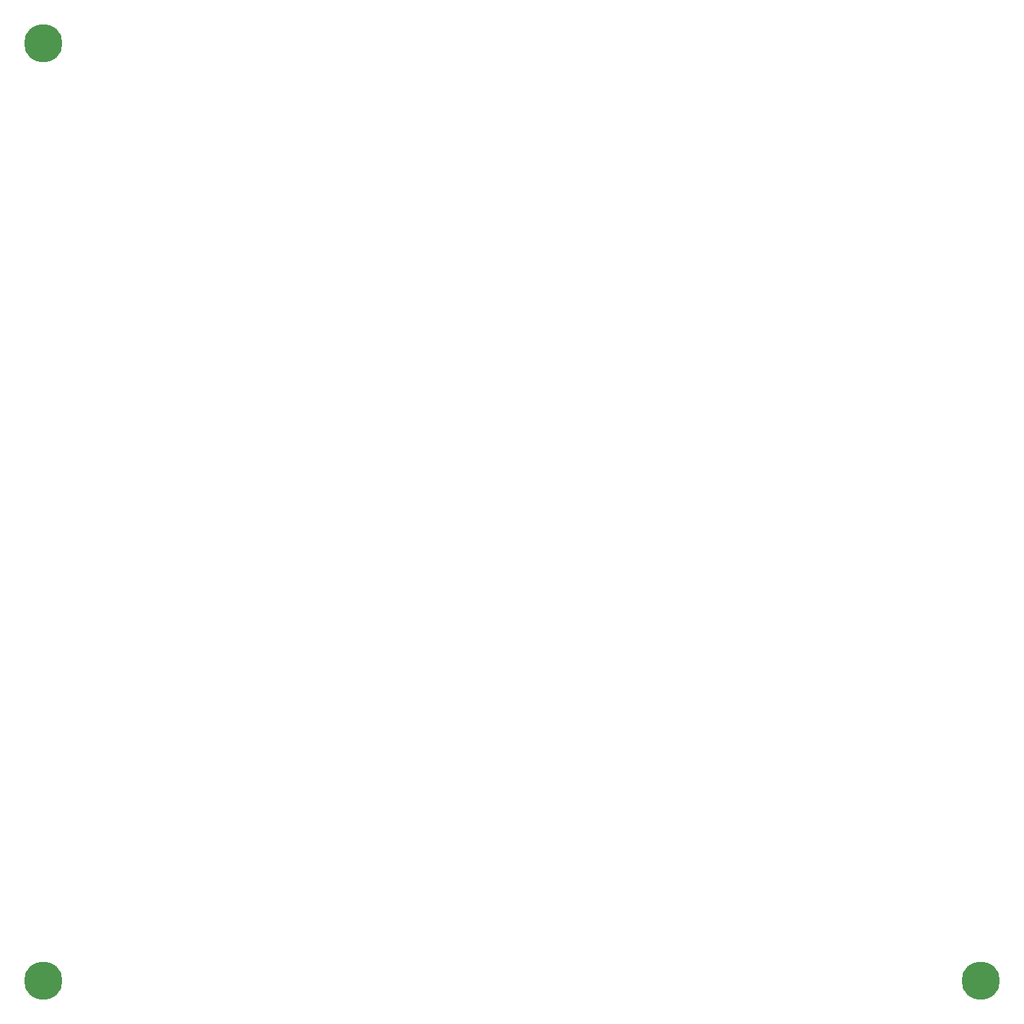
<source format=gbr>
G04 PCB Fabrication Data in Gerber  Example 1, created by Karel Tavernier, Filip Vermeire and Thomas Weyn*
G04 Ucamco copyright*
%TF.GenerationSoftware,Ucamco,UcamX,1.1.0-140320*%
%TF.CreationDate,2014-06-18T00:00;00+01:00*%
%FSLAX35Y35*%
%MOMM*%
%TF.FileFunction,NonPlated,1,4,NPTH,Drill*%
%TF.FilePolarity,Positive*%
%TF.Part,Single*%
%TF.SameCoordinates,f8d53b1f8c81977d8c3d0dffcc4c4bd6e6770c0f*%
%TA.AperFunction,MechanicalDrill*%
%ADD10C,4.50000*%
G01*
%LPD*%
D10*
X11500000Y500000D03*
X500000Y11500000D03*
Y499999D03*
M02*
</source>
